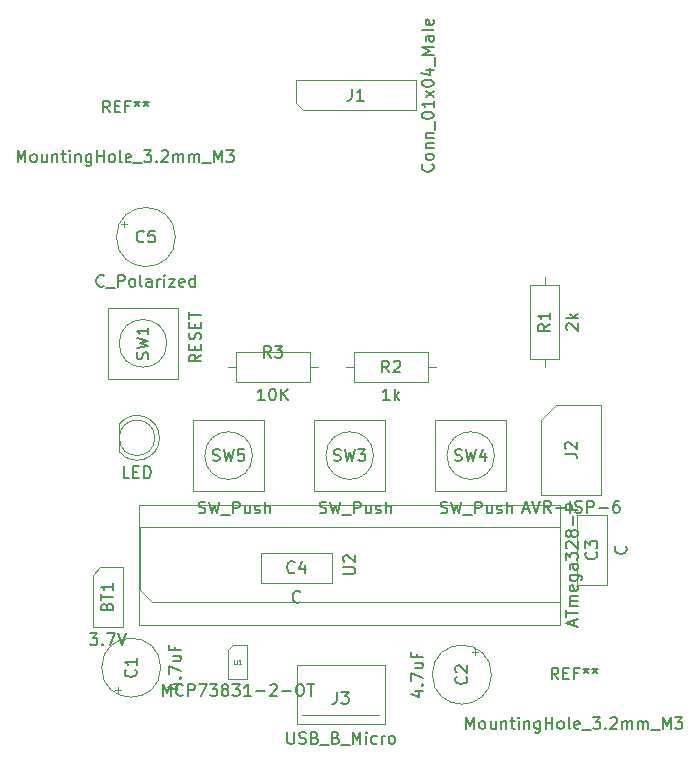
<source format=gbr>
%TF.GenerationSoftware,KiCad,Pcbnew,(6.0.2-0)*%
%TF.CreationDate,2022-04-22T19:08:38+09:30*%
%TF.ProjectId,scrambler,73637261-6d62-46c6-9572-2e6b69636164,1.0*%
%TF.SameCoordinates,Original*%
%TF.FileFunction,AssemblyDrawing,Top*%
%FSLAX46Y46*%
G04 Gerber Fmt 4.6, Leading zero omitted, Abs format (unit mm)*
G04 Created by KiCad (PCBNEW (6.0.2-0)) date 2022-04-22 19:08:38*
%MOMM*%
%LPD*%
G01*
G04 APERTURE LIST*
%ADD10C,0.150000*%
%ADD11C,0.060000*%
%ADD12C,0.100000*%
G04 APERTURE END LIST*
D10*
%TO.C,SW1*%
X40042380Y-56592380D02*
X39566190Y-56925714D01*
X40042380Y-57163809D02*
X39042380Y-57163809D01*
X39042380Y-56782857D01*
X39090000Y-56687619D01*
X39137619Y-56640000D01*
X39232857Y-56592380D01*
X39375714Y-56592380D01*
X39470952Y-56640000D01*
X39518571Y-56687619D01*
X39566190Y-56782857D01*
X39566190Y-57163809D01*
X39518571Y-56163809D02*
X39518571Y-55830476D01*
X40042380Y-55687619D02*
X40042380Y-56163809D01*
X39042380Y-56163809D01*
X39042380Y-55687619D01*
X39994761Y-55306666D02*
X40042380Y-55163809D01*
X40042380Y-54925714D01*
X39994761Y-54830476D01*
X39947142Y-54782857D01*
X39851904Y-54735238D01*
X39756666Y-54735238D01*
X39661428Y-54782857D01*
X39613809Y-54830476D01*
X39566190Y-54925714D01*
X39518571Y-55116190D01*
X39470952Y-55211428D01*
X39423333Y-55259047D01*
X39328095Y-55306666D01*
X39232857Y-55306666D01*
X39137619Y-55259047D01*
X39090000Y-55211428D01*
X39042380Y-55116190D01*
X39042380Y-54878095D01*
X39090000Y-54735238D01*
X39518571Y-54306666D02*
X39518571Y-53973333D01*
X40042380Y-53830476D02*
X40042380Y-54306666D01*
X39042380Y-54306666D01*
X39042380Y-53830476D01*
X39042380Y-53544761D02*
X39042380Y-52973333D01*
X40042380Y-53259047D02*
X39042380Y-53259047D01*
X35544761Y-56973333D02*
X35592380Y-56830476D01*
X35592380Y-56592380D01*
X35544761Y-56497142D01*
X35497142Y-56449523D01*
X35401904Y-56401904D01*
X35306666Y-56401904D01*
X35211428Y-56449523D01*
X35163809Y-56497142D01*
X35116190Y-56592380D01*
X35068571Y-56782857D01*
X35020952Y-56878095D01*
X34973333Y-56925714D01*
X34878095Y-56973333D01*
X34782857Y-56973333D01*
X34687619Y-56925714D01*
X34640000Y-56878095D01*
X34592380Y-56782857D01*
X34592380Y-56544761D01*
X34640000Y-56401904D01*
X34592380Y-56068571D02*
X35592380Y-55830476D01*
X34878095Y-55640000D01*
X35592380Y-55449523D01*
X34592380Y-55211428D01*
X35592380Y-54306666D02*
X35592380Y-54878095D01*
X35592380Y-54592380D02*
X34592380Y-54592380D01*
X34735238Y-54687619D01*
X34830476Y-54782857D01*
X34878095Y-54878095D01*
%TO.C,C3*%
X75997142Y-72830476D02*
X76044761Y-72878095D01*
X76092380Y-73020952D01*
X76092380Y-73116190D01*
X76044761Y-73259047D01*
X75949523Y-73354285D01*
X75854285Y-73401904D01*
X75663809Y-73449523D01*
X75520952Y-73449523D01*
X75330476Y-73401904D01*
X75235238Y-73354285D01*
X75140000Y-73259047D01*
X75092380Y-73116190D01*
X75092380Y-73020952D01*
X75140000Y-72878095D01*
X75187619Y-72830476D01*
X73497142Y-73306666D02*
X73544761Y-73354285D01*
X73592380Y-73497142D01*
X73592380Y-73592380D01*
X73544761Y-73735238D01*
X73449523Y-73830476D01*
X73354285Y-73878095D01*
X73163809Y-73925714D01*
X73020952Y-73925714D01*
X72830476Y-73878095D01*
X72735238Y-73830476D01*
X72640000Y-73735238D01*
X72592380Y-73592380D01*
X72592380Y-73497142D01*
X72640000Y-73354285D01*
X72687619Y-73306666D01*
X72592380Y-72973333D02*
X72592380Y-72354285D01*
X72973333Y-72687619D01*
X72973333Y-72544761D01*
X73020952Y-72449523D01*
X73068571Y-72401904D01*
X73163809Y-72354285D01*
X73401904Y-72354285D01*
X73497142Y-72401904D01*
X73544761Y-72449523D01*
X73592380Y-72544761D01*
X73592380Y-72830476D01*
X73544761Y-72925714D01*
X73497142Y-72973333D01*
%TO.C,SW4*%
X60342380Y-69994761D02*
X60485238Y-70042380D01*
X60723333Y-70042380D01*
X60818571Y-69994761D01*
X60866190Y-69947142D01*
X60913809Y-69851904D01*
X60913809Y-69756666D01*
X60866190Y-69661428D01*
X60818571Y-69613809D01*
X60723333Y-69566190D01*
X60532857Y-69518571D01*
X60437619Y-69470952D01*
X60390000Y-69423333D01*
X60342380Y-69328095D01*
X60342380Y-69232857D01*
X60390000Y-69137619D01*
X60437619Y-69090000D01*
X60532857Y-69042380D01*
X60770952Y-69042380D01*
X60913809Y-69090000D01*
X61247142Y-69042380D02*
X61485238Y-70042380D01*
X61675714Y-69328095D01*
X61866190Y-70042380D01*
X62104285Y-69042380D01*
X62247142Y-70137619D02*
X63009047Y-70137619D01*
X63247142Y-70042380D02*
X63247142Y-69042380D01*
X63628095Y-69042380D01*
X63723333Y-69090000D01*
X63770952Y-69137619D01*
X63818571Y-69232857D01*
X63818571Y-69375714D01*
X63770952Y-69470952D01*
X63723333Y-69518571D01*
X63628095Y-69566190D01*
X63247142Y-69566190D01*
X64675714Y-69375714D02*
X64675714Y-70042380D01*
X64247142Y-69375714D02*
X64247142Y-69899523D01*
X64294761Y-69994761D01*
X64390000Y-70042380D01*
X64532857Y-70042380D01*
X64628095Y-69994761D01*
X64675714Y-69947142D01*
X65104285Y-69994761D02*
X65199523Y-70042380D01*
X65390000Y-70042380D01*
X65485238Y-69994761D01*
X65532857Y-69899523D01*
X65532857Y-69851904D01*
X65485238Y-69756666D01*
X65390000Y-69709047D01*
X65247142Y-69709047D01*
X65151904Y-69661428D01*
X65104285Y-69566190D01*
X65104285Y-69518571D01*
X65151904Y-69423333D01*
X65247142Y-69375714D01*
X65390000Y-69375714D01*
X65485238Y-69423333D01*
X65961428Y-70042380D02*
X65961428Y-69042380D01*
X66390000Y-70042380D02*
X66390000Y-69518571D01*
X66342380Y-69423333D01*
X66247142Y-69375714D01*
X66104285Y-69375714D01*
X66009047Y-69423333D01*
X65961428Y-69470952D01*
X61556666Y-65544761D02*
X61699523Y-65592380D01*
X61937619Y-65592380D01*
X62032857Y-65544761D01*
X62080476Y-65497142D01*
X62128095Y-65401904D01*
X62128095Y-65306666D01*
X62080476Y-65211428D01*
X62032857Y-65163809D01*
X61937619Y-65116190D01*
X61747142Y-65068571D01*
X61651904Y-65020952D01*
X61604285Y-64973333D01*
X61556666Y-64878095D01*
X61556666Y-64782857D01*
X61604285Y-64687619D01*
X61651904Y-64640000D01*
X61747142Y-64592380D01*
X61985238Y-64592380D01*
X62128095Y-64640000D01*
X62461428Y-64592380D02*
X62699523Y-65592380D01*
X62890000Y-64878095D01*
X63080476Y-65592380D01*
X63318571Y-64592380D01*
X64128095Y-64925714D02*
X64128095Y-65592380D01*
X63890000Y-64544761D02*
X63651904Y-65259047D01*
X64270952Y-65259047D01*
%TO.C,C1*%
X37675714Y-84499874D02*
X38342380Y-84499874D01*
X37294761Y-84737970D02*
X38009047Y-84976065D01*
X38009047Y-84357017D01*
X38247142Y-83976065D02*
X38294761Y-83928446D01*
X38342380Y-83976065D01*
X38294761Y-84023684D01*
X38247142Y-83976065D01*
X38342380Y-83976065D01*
X37342380Y-83595112D02*
X37342380Y-82928446D01*
X38342380Y-83357017D01*
X37675714Y-82118922D02*
X38342380Y-82118922D01*
X37675714Y-82547493D02*
X38199523Y-82547493D01*
X38294761Y-82499874D01*
X38342380Y-82404636D01*
X38342380Y-82261779D01*
X38294761Y-82166541D01*
X38247142Y-82118922D01*
X37818571Y-81309398D02*
X37818571Y-81642732D01*
X38342380Y-81642732D02*
X37342380Y-81642732D01*
X37342380Y-81166541D01*
X34497142Y-83261779D02*
X34544761Y-83309398D01*
X34592380Y-83452255D01*
X34592380Y-83547493D01*
X34544761Y-83690351D01*
X34449523Y-83785589D01*
X34354285Y-83833208D01*
X34163809Y-83880827D01*
X34020952Y-83880827D01*
X33830476Y-83833208D01*
X33735238Y-83785589D01*
X33640000Y-83690351D01*
X33592380Y-83547493D01*
X33592380Y-83452255D01*
X33640000Y-83309398D01*
X33687619Y-83261779D01*
X34592380Y-82309398D02*
X34592380Y-82880827D01*
X34592380Y-82595113D02*
X33592380Y-82595113D01*
X33735238Y-82690351D01*
X33830476Y-82785589D01*
X33878095Y-82880827D01*
%TO.C,C2*%
X58175714Y-85089649D02*
X58842380Y-85089649D01*
X57794761Y-85327745D02*
X58509047Y-85565840D01*
X58509047Y-84946792D01*
X58747142Y-84565840D02*
X58794761Y-84518221D01*
X58842380Y-84565840D01*
X58794761Y-84613459D01*
X58747142Y-84565840D01*
X58842380Y-84565840D01*
X57842380Y-84184887D02*
X57842380Y-83518221D01*
X58842380Y-83946792D01*
X58175714Y-82708697D02*
X58842380Y-82708697D01*
X58175714Y-83137268D02*
X58699523Y-83137268D01*
X58794761Y-83089649D01*
X58842380Y-82994411D01*
X58842380Y-82851554D01*
X58794761Y-82756316D01*
X58747142Y-82708697D01*
X58318571Y-81899173D02*
X58318571Y-82232507D01*
X58842380Y-82232507D02*
X57842380Y-82232507D01*
X57842380Y-81756316D01*
X62497142Y-83851554D02*
X62544761Y-83899173D01*
X62592380Y-84042030D01*
X62592380Y-84137268D01*
X62544761Y-84280126D01*
X62449523Y-84375364D01*
X62354285Y-84422983D01*
X62163809Y-84470602D01*
X62020952Y-84470602D01*
X61830476Y-84422983D01*
X61735238Y-84375364D01*
X61640000Y-84280126D01*
X61592380Y-84137268D01*
X61592380Y-84042030D01*
X61640000Y-83899173D01*
X61687619Y-83851554D01*
X61687619Y-83470602D02*
X61640000Y-83422983D01*
X61592380Y-83327745D01*
X61592380Y-83089649D01*
X61640000Y-82994411D01*
X61687619Y-82946792D01*
X61782857Y-82899173D01*
X61878095Y-82899173D01*
X62020952Y-82946792D01*
X62592380Y-83518221D01*
X62592380Y-82899173D01*
%TO.C,R3*%
X45449523Y-60462380D02*
X44878095Y-60462380D01*
X45163809Y-60462380D02*
X45163809Y-59462380D01*
X45068571Y-59605238D01*
X44973333Y-59700476D01*
X44878095Y-59748095D01*
X46068571Y-59462380D02*
X46163809Y-59462380D01*
X46259047Y-59510000D01*
X46306666Y-59557619D01*
X46354285Y-59652857D01*
X46401904Y-59843333D01*
X46401904Y-60081428D01*
X46354285Y-60271904D01*
X46306666Y-60367142D01*
X46259047Y-60414761D01*
X46163809Y-60462380D01*
X46068571Y-60462380D01*
X45973333Y-60414761D01*
X45925714Y-60367142D01*
X45878095Y-60271904D01*
X45830476Y-60081428D01*
X45830476Y-59843333D01*
X45878095Y-59652857D01*
X45925714Y-59557619D01*
X45973333Y-59510000D01*
X46068571Y-59462380D01*
X46830476Y-60462380D02*
X46830476Y-59462380D01*
X47401904Y-60462380D02*
X46973333Y-59890952D01*
X47401904Y-59462380D02*
X46830476Y-60033809D01*
X45973333Y-56842380D02*
X45640000Y-56366190D01*
X45401904Y-56842380D02*
X45401904Y-55842380D01*
X45782857Y-55842380D01*
X45878095Y-55890000D01*
X45925714Y-55937619D01*
X45973333Y-56032857D01*
X45973333Y-56175714D01*
X45925714Y-56270952D01*
X45878095Y-56318571D01*
X45782857Y-56366190D01*
X45401904Y-56366190D01*
X46306666Y-55842380D02*
X46925714Y-55842380D01*
X46592380Y-56223333D01*
X46735238Y-56223333D01*
X46830476Y-56270952D01*
X46878095Y-56318571D01*
X46925714Y-56413809D01*
X46925714Y-56651904D01*
X46878095Y-56747142D01*
X46830476Y-56794761D01*
X46735238Y-56842380D01*
X46449523Y-56842380D01*
X46354285Y-56794761D01*
X46306666Y-56747142D01*
%TO.C,SW3*%
X50092380Y-69994761D02*
X50235238Y-70042380D01*
X50473333Y-70042380D01*
X50568571Y-69994761D01*
X50616190Y-69947142D01*
X50663809Y-69851904D01*
X50663809Y-69756666D01*
X50616190Y-69661428D01*
X50568571Y-69613809D01*
X50473333Y-69566190D01*
X50282857Y-69518571D01*
X50187619Y-69470952D01*
X50140000Y-69423333D01*
X50092380Y-69328095D01*
X50092380Y-69232857D01*
X50140000Y-69137619D01*
X50187619Y-69090000D01*
X50282857Y-69042380D01*
X50520952Y-69042380D01*
X50663809Y-69090000D01*
X50997142Y-69042380D02*
X51235238Y-70042380D01*
X51425714Y-69328095D01*
X51616190Y-70042380D01*
X51854285Y-69042380D01*
X51997142Y-70137619D02*
X52759047Y-70137619D01*
X52997142Y-70042380D02*
X52997142Y-69042380D01*
X53378095Y-69042380D01*
X53473333Y-69090000D01*
X53520952Y-69137619D01*
X53568571Y-69232857D01*
X53568571Y-69375714D01*
X53520952Y-69470952D01*
X53473333Y-69518571D01*
X53378095Y-69566190D01*
X52997142Y-69566190D01*
X54425714Y-69375714D02*
X54425714Y-70042380D01*
X53997142Y-69375714D02*
X53997142Y-69899523D01*
X54044761Y-69994761D01*
X54140000Y-70042380D01*
X54282857Y-70042380D01*
X54378095Y-69994761D01*
X54425714Y-69947142D01*
X54854285Y-69994761D02*
X54949523Y-70042380D01*
X55140000Y-70042380D01*
X55235238Y-69994761D01*
X55282857Y-69899523D01*
X55282857Y-69851904D01*
X55235238Y-69756666D01*
X55140000Y-69709047D01*
X54997142Y-69709047D01*
X54901904Y-69661428D01*
X54854285Y-69566190D01*
X54854285Y-69518571D01*
X54901904Y-69423333D01*
X54997142Y-69375714D01*
X55140000Y-69375714D01*
X55235238Y-69423333D01*
X55711428Y-70042380D02*
X55711428Y-69042380D01*
X56140000Y-70042380D02*
X56140000Y-69518571D01*
X56092380Y-69423333D01*
X55997142Y-69375714D01*
X55854285Y-69375714D01*
X55759047Y-69423333D01*
X55711428Y-69470952D01*
X51306666Y-65544761D02*
X51449523Y-65592380D01*
X51687619Y-65592380D01*
X51782857Y-65544761D01*
X51830476Y-65497142D01*
X51878095Y-65401904D01*
X51878095Y-65306666D01*
X51830476Y-65211428D01*
X51782857Y-65163809D01*
X51687619Y-65116190D01*
X51497142Y-65068571D01*
X51401904Y-65020952D01*
X51354285Y-64973333D01*
X51306666Y-64878095D01*
X51306666Y-64782857D01*
X51354285Y-64687619D01*
X51401904Y-64640000D01*
X51497142Y-64592380D01*
X51735238Y-64592380D01*
X51878095Y-64640000D01*
X52211428Y-64592380D02*
X52449523Y-65592380D01*
X52640000Y-64878095D01*
X52830476Y-65592380D01*
X53068571Y-64592380D01*
X53354285Y-64592380D02*
X53973333Y-64592380D01*
X53640000Y-64973333D01*
X53782857Y-64973333D01*
X53878095Y-65020952D01*
X53925714Y-65068571D01*
X53973333Y-65163809D01*
X53973333Y-65401904D01*
X53925714Y-65497142D01*
X53878095Y-65544761D01*
X53782857Y-65592380D01*
X53497142Y-65592380D01*
X53401904Y-65544761D01*
X53354285Y-65497142D01*
%TO.C,SW5*%
X39842380Y-69994761D02*
X39985238Y-70042380D01*
X40223333Y-70042380D01*
X40318571Y-69994761D01*
X40366190Y-69947142D01*
X40413809Y-69851904D01*
X40413809Y-69756666D01*
X40366190Y-69661428D01*
X40318571Y-69613809D01*
X40223333Y-69566190D01*
X40032857Y-69518571D01*
X39937619Y-69470952D01*
X39890000Y-69423333D01*
X39842380Y-69328095D01*
X39842380Y-69232857D01*
X39890000Y-69137619D01*
X39937619Y-69090000D01*
X40032857Y-69042380D01*
X40270952Y-69042380D01*
X40413809Y-69090000D01*
X40747142Y-69042380D02*
X40985238Y-70042380D01*
X41175714Y-69328095D01*
X41366190Y-70042380D01*
X41604285Y-69042380D01*
X41747142Y-70137619D02*
X42509047Y-70137619D01*
X42747142Y-70042380D02*
X42747142Y-69042380D01*
X43128095Y-69042380D01*
X43223333Y-69090000D01*
X43270952Y-69137619D01*
X43318571Y-69232857D01*
X43318571Y-69375714D01*
X43270952Y-69470952D01*
X43223333Y-69518571D01*
X43128095Y-69566190D01*
X42747142Y-69566190D01*
X44175714Y-69375714D02*
X44175714Y-70042380D01*
X43747142Y-69375714D02*
X43747142Y-69899523D01*
X43794761Y-69994761D01*
X43890000Y-70042380D01*
X44032857Y-70042380D01*
X44128095Y-69994761D01*
X44175714Y-69947142D01*
X44604285Y-69994761D02*
X44699523Y-70042380D01*
X44890000Y-70042380D01*
X44985238Y-69994761D01*
X45032857Y-69899523D01*
X45032857Y-69851904D01*
X44985238Y-69756666D01*
X44890000Y-69709047D01*
X44747142Y-69709047D01*
X44651904Y-69661428D01*
X44604285Y-69566190D01*
X44604285Y-69518571D01*
X44651904Y-69423333D01*
X44747142Y-69375714D01*
X44890000Y-69375714D01*
X44985238Y-69423333D01*
X45461428Y-70042380D02*
X45461428Y-69042380D01*
X45890000Y-70042380D02*
X45890000Y-69518571D01*
X45842380Y-69423333D01*
X45747142Y-69375714D01*
X45604285Y-69375714D01*
X45509047Y-69423333D01*
X45461428Y-69470952D01*
X41056666Y-65544761D02*
X41199523Y-65592380D01*
X41437619Y-65592380D01*
X41532857Y-65544761D01*
X41580476Y-65497142D01*
X41628095Y-65401904D01*
X41628095Y-65306666D01*
X41580476Y-65211428D01*
X41532857Y-65163809D01*
X41437619Y-65116190D01*
X41247142Y-65068571D01*
X41151904Y-65020952D01*
X41104285Y-64973333D01*
X41056666Y-64878095D01*
X41056666Y-64782857D01*
X41104285Y-64687619D01*
X41151904Y-64640000D01*
X41247142Y-64592380D01*
X41485238Y-64592380D01*
X41628095Y-64640000D01*
X41961428Y-64592380D02*
X42199523Y-65592380D01*
X42390000Y-64878095D01*
X42580476Y-65592380D01*
X42818571Y-64592380D01*
X43675714Y-64592380D02*
X43199523Y-64592380D01*
X43151904Y-65068571D01*
X43199523Y-65020952D01*
X43294761Y-64973333D01*
X43532857Y-64973333D01*
X43628095Y-65020952D01*
X43675714Y-65068571D01*
X43723333Y-65163809D01*
X43723333Y-65401904D01*
X43675714Y-65497142D01*
X43628095Y-65544761D01*
X43532857Y-65592380D01*
X43294761Y-65592380D01*
X43199523Y-65544761D01*
X43151904Y-65497142D01*
%TO.C,C5*%
X31818571Y-50747142D02*
X31770952Y-50794761D01*
X31628095Y-50842380D01*
X31532857Y-50842380D01*
X31390000Y-50794761D01*
X31294761Y-50699523D01*
X31247142Y-50604285D01*
X31199523Y-50413809D01*
X31199523Y-50270952D01*
X31247142Y-50080476D01*
X31294761Y-49985238D01*
X31390000Y-49890000D01*
X31532857Y-49842380D01*
X31628095Y-49842380D01*
X31770952Y-49890000D01*
X31818571Y-49937619D01*
X32009047Y-50937619D02*
X32770952Y-50937619D01*
X33009047Y-50842380D02*
X33009047Y-49842380D01*
X33390000Y-49842380D01*
X33485238Y-49890000D01*
X33532857Y-49937619D01*
X33580476Y-50032857D01*
X33580476Y-50175714D01*
X33532857Y-50270952D01*
X33485238Y-50318571D01*
X33390000Y-50366190D01*
X33009047Y-50366190D01*
X34151904Y-50842380D02*
X34056666Y-50794761D01*
X34009047Y-50747142D01*
X33961428Y-50651904D01*
X33961428Y-50366190D01*
X34009047Y-50270952D01*
X34056666Y-50223333D01*
X34151904Y-50175714D01*
X34294761Y-50175714D01*
X34390000Y-50223333D01*
X34437619Y-50270952D01*
X34485238Y-50366190D01*
X34485238Y-50651904D01*
X34437619Y-50747142D01*
X34390000Y-50794761D01*
X34294761Y-50842380D01*
X34151904Y-50842380D01*
X35056666Y-50842380D02*
X34961428Y-50794761D01*
X34913809Y-50699523D01*
X34913809Y-49842380D01*
X35866190Y-50842380D02*
X35866190Y-50318571D01*
X35818571Y-50223333D01*
X35723333Y-50175714D01*
X35532857Y-50175714D01*
X35437619Y-50223333D01*
X35866190Y-50794761D02*
X35770952Y-50842380D01*
X35532857Y-50842380D01*
X35437619Y-50794761D01*
X35390000Y-50699523D01*
X35390000Y-50604285D01*
X35437619Y-50509047D01*
X35532857Y-50461428D01*
X35770952Y-50461428D01*
X35866190Y-50413809D01*
X36342380Y-50842380D02*
X36342380Y-50175714D01*
X36342380Y-50366190D02*
X36390000Y-50270952D01*
X36437619Y-50223333D01*
X36532857Y-50175714D01*
X36628095Y-50175714D01*
X36961428Y-50842380D02*
X36961428Y-50175714D01*
X36961428Y-49842380D02*
X36913809Y-49890000D01*
X36961428Y-49937619D01*
X37009047Y-49890000D01*
X36961428Y-49842380D01*
X36961428Y-49937619D01*
X37342380Y-50175714D02*
X37866190Y-50175714D01*
X37342380Y-50842380D01*
X37866190Y-50842380D01*
X38628095Y-50794761D02*
X38532857Y-50842380D01*
X38342380Y-50842380D01*
X38247142Y-50794761D01*
X38199523Y-50699523D01*
X38199523Y-50318571D01*
X38247142Y-50223333D01*
X38342380Y-50175714D01*
X38532857Y-50175714D01*
X38628095Y-50223333D01*
X38675714Y-50318571D01*
X38675714Y-50413809D01*
X38199523Y-50509047D01*
X39532857Y-50842380D02*
X39532857Y-49842380D01*
X39532857Y-50794761D02*
X39437619Y-50842380D01*
X39247142Y-50842380D01*
X39151904Y-50794761D01*
X39104285Y-50747142D01*
X39056666Y-50651904D01*
X39056666Y-50366190D01*
X39104285Y-50270952D01*
X39151904Y-50223333D01*
X39247142Y-50175714D01*
X39437619Y-50175714D01*
X39532857Y-50223333D01*
X35223333Y-46997142D02*
X35175714Y-47044761D01*
X35032857Y-47092380D01*
X34937619Y-47092380D01*
X34794761Y-47044761D01*
X34699523Y-46949523D01*
X34651904Y-46854285D01*
X34604285Y-46663809D01*
X34604285Y-46520952D01*
X34651904Y-46330476D01*
X34699523Y-46235238D01*
X34794761Y-46140000D01*
X34937619Y-46092380D01*
X35032857Y-46092380D01*
X35175714Y-46140000D01*
X35223333Y-46187619D01*
X36128095Y-46092380D02*
X35651904Y-46092380D01*
X35604285Y-46568571D01*
X35651904Y-46520952D01*
X35747142Y-46473333D01*
X35985238Y-46473333D01*
X36080476Y-46520952D01*
X36128095Y-46568571D01*
X36175714Y-46663809D01*
X36175714Y-46901904D01*
X36128095Y-46997142D01*
X36080476Y-47044761D01*
X35985238Y-47092380D01*
X35747142Y-47092380D01*
X35651904Y-47044761D01*
X35604285Y-46997142D01*
%TO.C,U1*%
X36806666Y-85492380D02*
X36806666Y-84492380D01*
X37140000Y-85206666D01*
X37473333Y-84492380D01*
X37473333Y-85492380D01*
X38520952Y-85397142D02*
X38473333Y-85444761D01*
X38330476Y-85492380D01*
X38235238Y-85492380D01*
X38092380Y-85444761D01*
X37997142Y-85349523D01*
X37949523Y-85254285D01*
X37901904Y-85063809D01*
X37901904Y-84920952D01*
X37949523Y-84730476D01*
X37997142Y-84635238D01*
X38092380Y-84540000D01*
X38235238Y-84492380D01*
X38330476Y-84492380D01*
X38473333Y-84540000D01*
X38520952Y-84587619D01*
X38949523Y-85492380D02*
X38949523Y-84492380D01*
X39330476Y-84492380D01*
X39425714Y-84540000D01*
X39473333Y-84587619D01*
X39520952Y-84682857D01*
X39520952Y-84825714D01*
X39473333Y-84920952D01*
X39425714Y-84968571D01*
X39330476Y-85016190D01*
X38949523Y-85016190D01*
X39854285Y-84492380D02*
X40520952Y-84492380D01*
X40092380Y-85492380D01*
X40806666Y-84492380D02*
X41425714Y-84492380D01*
X41092380Y-84873333D01*
X41235238Y-84873333D01*
X41330476Y-84920952D01*
X41378095Y-84968571D01*
X41425714Y-85063809D01*
X41425714Y-85301904D01*
X41378095Y-85397142D01*
X41330476Y-85444761D01*
X41235238Y-85492380D01*
X40949523Y-85492380D01*
X40854285Y-85444761D01*
X40806666Y-85397142D01*
X41997142Y-84920952D02*
X41901904Y-84873333D01*
X41854285Y-84825714D01*
X41806666Y-84730476D01*
X41806666Y-84682857D01*
X41854285Y-84587619D01*
X41901904Y-84540000D01*
X41997142Y-84492380D01*
X42187619Y-84492380D01*
X42282857Y-84540000D01*
X42330476Y-84587619D01*
X42378095Y-84682857D01*
X42378095Y-84730476D01*
X42330476Y-84825714D01*
X42282857Y-84873333D01*
X42187619Y-84920952D01*
X41997142Y-84920952D01*
X41901904Y-84968571D01*
X41854285Y-85016190D01*
X41806666Y-85111428D01*
X41806666Y-85301904D01*
X41854285Y-85397142D01*
X41901904Y-85444761D01*
X41997142Y-85492380D01*
X42187619Y-85492380D01*
X42282857Y-85444761D01*
X42330476Y-85397142D01*
X42378095Y-85301904D01*
X42378095Y-85111428D01*
X42330476Y-85016190D01*
X42282857Y-84968571D01*
X42187619Y-84920952D01*
X42711428Y-84492380D02*
X43330476Y-84492380D01*
X42997142Y-84873333D01*
X43140000Y-84873333D01*
X43235238Y-84920952D01*
X43282857Y-84968571D01*
X43330476Y-85063809D01*
X43330476Y-85301904D01*
X43282857Y-85397142D01*
X43235238Y-85444761D01*
X43140000Y-85492380D01*
X42854285Y-85492380D01*
X42759047Y-85444761D01*
X42711428Y-85397142D01*
X44282857Y-85492380D02*
X43711428Y-85492380D01*
X43997142Y-85492380D02*
X43997142Y-84492380D01*
X43901904Y-84635238D01*
X43806666Y-84730476D01*
X43711428Y-84778095D01*
X44711428Y-85111428D02*
X45473333Y-85111428D01*
X45901904Y-84587619D02*
X45949523Y-84540000D01*
X46044761Y-84492380D01*
X46282857Y-84492380D01*
X46378095Y-84540000D01*
X46425714Y-84587619D01*
X46473333Y-84682857D01*
X46473333Y-84778095D01*
X46425714Y-84920952D01*
X45854285Y-85492380D01*
X46473333Y-85492380D01*
X46901904Y-85111428D02*
X47663809Y-85111428D01*
X48330476Y-84492380D02*
X48520952Y-84492380D01*
X48616190Y-84540000D01*
X48711428Y-84635238D01*
X48759047Y-84825714D01*
X48759047Y-85159047D01*
X48711428Y-85349523D01*
X48616190Y-85444761D01*
X48520952Y-85492380D01*
X48330476Y-85492380D01*
X48235238Y-85444761D01*
X48140000Y-85349523D01*
X48092380Y-85159047D01*
X48092380Y-84825714D01*
X48140000Y-84635238D01*
X48235238Y-84540000D01*
X48330476Y-84492380D01*
X49044761Y-84492380D02*
X49616190Y-84492380D01*
X49330476Y-85492380D02*
X49330476Y-84492380D01*
D11*
X42835238Y-82420952D02*
X42835238Y-82744761D01*
X42854285Y-82782857D01*
X42873333Y-82801904D01*
X42911428Y-82820952D01*
X42987619Y-82820952D01*
X43025714Y-82801904D01*
X43044761Y-82782857D01*
X43063809Y-82744761D01*
X43063809Y-82420952D01*
X43463809Y-82820952D02*
X43235238Y-82820952D01*
X43349523Y-82820952D02*
X43349523Y-82420952D01*
X43311428Y-82478095D01*
X43273333Y-82516190D01*
X43235238Y-82535238D01*
D10*
%TO.C,C4*%
X48449523Y-77497142D02*
X48401904Y-77544761D01*
X48259047Y-77592380D01*
X48163809Y-77592380D01*
X48020952Y-77544761D01*
X47925714Y-77449523D01*
X47878095Y-77354285D01*
X47830476Y-77163809D01*
X47830476Y-77020952D01*
X47878095Y-76830476D01*
X47925714Y-76735238D01*
X48020952Y-76640000D01*
X48163809Y-76592380D01*
X48259047Y-76592380D01*
X48401904Y-76640000D01*
X48449523Y-76687619D01*
X47973333Y-74997142D02*
X47925714Y-75044761D01*
X47782857Y-75092380D01*
X47687619Y-75092380D01*
X47544761Y-75044761D01*
X47449523Y-74949523D01*
X47401904Y-74854285D01*
X47354285Y-74663809D01*
X47354285Y-74520952D01*
X47401904Y-74330476D01*
X47449523Y-74235238D01*
X47544761Y-74140000D01*
X47687619Y-74092380D01*
X47782857Y-74092380D01*
X47925714Y-74140000D01*
X47973333Y-74187619D01*
X48830476Y-74425714D02*
X48830476Y-75092380D01*
X48592380Y-74044761D02*
X48354285Y-74759047D01*
X48973333Y-74759047D01*
%TO.C,R2*%
X56020952Y-60462380D02*
X55449523Y-60462380D01*
X55735238Y-60462380D02*
X55735238Y-59462380D01*
X55640000Y-59605238D01*
X55544761Y-59700476D01*
X55449523Y-59748095D01*
X56449523Y-60462380D02*
X56449523Y-59462380D01*
X56544761Y-60081428D02*
X56830476Y-60462380D01*
X56830476Y-59795714D02*
X56449523Y-60176666D01*
X55973333Y-58092380D02*
X55640000Y-57616190D01*
X55401904Y-58092380D02*
X55401904Y-57092380D01*
X55782857Y-57092380D01*
X55878095Y-57140000D01*
X55925714Y-57187619D01*
X55973333Y-57282857D01*
X55973333Y-57425714D01*
X55925714Y-57520952D01*
X55878095Y-57568571D01*
X55782857Y-57616190D01*
X55401904Y-57616190D01*
X56354285Y-57187619D02*
X56401904Y-57140000D01*
X56497142Y-57092380D01*
X56735238Y-57092380D01*
X56830476Y-57140000D01*
X56878095Y-57187619D01*
X56925714Y-57282857D01*
X56925714Y-57378095D01*
X56878095Y-57520952D01*
X56306666Y-58092380D01*
X56925714Y-58092380D01*
%TO.C,REF\u002A\u002A*%
X62520952Y-88292380D02*
X62520952Y-87292380D01*
X62854285Y-88006666D01*
X63187619Y-87292380D01*
X63187619Y-88292380D01*
X63806666Y-88292380D02*
X63711428Y-88244761D01*
X63663809Y-88197142D01*
X63616190Y-88101904D01*
X63616190Y-87816190D01*
X63663809Y-87720952D01*
X63711428Y-87673333D01*
X63806666Y-87625714D01*
X63949523Y-87625714D01*
X64044761Y-87673333D01*
X64092380Y-87720952D01*
X64140000Y-87816190D01*
X64140000Y-88101904D01*
X64092380Y-88197142D01*
X64044761Y-88244761D01*
X63949523Y-88292380D01*
X63806666Y-88292380D01*
X64997142Y-87625714D02*
X64997142Y-88292380D01*
X64568571Y-87625714D02*
X64568571Y-88149523D01*
X64616190Y-88244761D01*
X64711428Y-88292380D01*
X64854285Y-88292380D01*
X64949523Y-88244761D01*
X64997142Y-88197142D01*
X65473333Y-87625714D02*
X65473333Y-88292380D01*
X65473333Y-87720952D02*
X65520952Y-87673333D01*
X65616190Y-87625714D01*
X65759047Y-87625714D01*
X65854285Y-87673333D01*
X65901904Y-87768571D01*
X65901904Y-88292380D01*
X66235238Y-87625714D02*
X66616190Y-87625714D01*
X66378095Y-87292380D02*
X66378095Y-88149523D01*
X66425714Y-88244761D01*
X66520952Y-88292380D01*
X66616190Y-88292380D01*
X66949523Y-88292380D02*
X66949523Y-87625714D01*
X66949523Y-87292380D02*
X66901904Y-87340000D01*
X66949523Y-87387619D01*
X66997142Y-87340000D01*
X66949523Y-87292380D01*
X66949523Y-87387619D01*
X67425714Y-87625714D02*
X67425714Y-88292380D01*
X67425714Y-87720952D02*
X67473333Y-87673333D01*
X67568571Y-87625714D01*
X67711428Y-87625714D01*
X67806666Y-87673333D01*
X67854285Y-87768571D01*
X67854285Y-88292380D01*
X68759047Y-87625714D02*
X68759047Y-88435238D01*
X68711428Y-88530476D01*
X68663809Y-88578095D01*
X68568571Y-88625714D01*
X68425714Y-88625714D01*
X68330476Y-88578095D01*
X68759047Y-88244761D02*
X68663809Y-88292380D01*
X68473333Y-88292380D01*
X68378095Y-88244761D01*
X68330476Y-88197142D01*
X68282857Y-88101904D01*
X68282857Y-87816190D01*
X68330476Y-87720952D01*
X68378095Y-87673333D01*
X68473333Y-87625714D01*
X68663809Y-87625714D01*
X68759047Y-87673333D01*
X69235238Y-88292380D02*
X69235238Y-87292380D01*
X69235238Y-87768571D02*
X69806666Y-87768571D01*
X69806666Y-88292380D02*
X69806666Y-87292380D01*
X70425714Y-88292380D02*
X70330476Y-88244761D01*
X70282857Y-88197142D01*
X70235238Y-88101904D01*
X70235238Y-87816190D01*
X70282857Y-87720952D01*
X70330476Y-87673333D01*
X70425714Y-87625714D01*
X70568571Y-87625714D01*
X70663809Y-87673333D01*
X70711428Y-87720952D01*
X70759047Y-87816190D01*
X70759047Y-88101904D01*
X70711428Y-88197142D01*
X70663809Y-88244761D01*
X70568571Y-88292380D01*
X70425714Y-88292380D01*
X71330476Y-88292380D02*
X71235238Y-88244761D01*
X71187619Y-88149523D01*
X71187619Y-87292380D01*
X72092380Y-88244761D02*
X71997142Y-88292380D01*
X71806666Y-88292380D01*
X71711428Y-88244761D01*
X71663809Y-88149523D01*
X71663809Y-87768571D01*
X71711428Y-87673333D01*
X71806666Y-87625714D01*
X71997142Y-87625714D01*
X72092380Y-87673333D01*
X72140000Y-87768571D01*
X72140000Y-87863809D01*
X71663809Y-87959047D01*
X72330476Y-88387619D02*
X73092380Y-88387619D01*
X73235238Y-87292380D02*
X73854285Y-87292380D01*
X73520952Y-87673333D01*
X73663809Y-87673333D01*
X73759047Y-87720952D01*
X73806666Y-87768571D01*
X73854285Y-87863809D01*
X73854285Y-88101904D01*
X73806666Y-88197142D01*
X73759047Y-88244761D01*
X73663809Y-88292380D01*
X73378095Y-88292380D01*
X73282857Y-88244761D01*
X73235238Y-88197142D01*
X74282857Y-88197142D02*
X74330476Y-88244761D01*
X74282857Y-88292380D01*
X74235238Y-88244761D01*
X74282857Y-88197142D01*
X74282857Y-88292380D01*
X74711428Y-87387619D02*
X74759047Y-87340000D01*
X74854285Y-87292380D01*
X75092380Y-87292380D01*
X75187619Y-87340000D01*
X75235238Y-87387619D01*
X75282857Y-87482857D01*
X75282857Y-87578095D01*
X75235238Y-87720952D01*
X74663809Y-88292380D01*
X75282857Y-88292380D01*
X75711428Y-88292380D02*
X75711428Y-87625714D01*
X75711428Y-87720952D02*
X75759047Y-87673333D01*
X75854285Y-87625714D01*
X75997142Y-87625714D01*
X76092380Y-87673333D01*
X76140000Y-87768571D01*
X76140000Y-88292380D01*
X76140000Y-87768571D02*
X76187619Y-87673333D01*
X76282857Y-87625714D01*
X76425714Y-87625714D01*
X76520952Y-87673333D01*
X76568571Y-87768571D01*
X76568571Y-88292380D01*
X77044761Y-88292380D02*
X77044761Y-87625714D01*
X77044761Y-87720952D02*
X77092380Y-87673333D01*
X77187619Y-87625714D01*
X77330476Y-87625714D01*
X77425714Y-87673333D01*
X77473333Y-87768571D01*
X77473333Y-88292380D01*
X77473333Y-87768571D02*
X77520952Y-87673333D01*
X77616190Y-87625714D01*
X77759047Y-87625714D01*
X77854285Y-87673333D01*
X77901904Y-87768571D01*
X77901904Y-88292380D01*
X78140000Y-88387619D02*
X78901904Y-88387619D01*
X79140000Y-88292380D02*
X79140000Y-87292380D01*
X79473333Y-88006666D01*
X79806666Y-87292380D01*
X79806666Y-88292380D01*
X80187619Y-87292380D02*
X80806666Y-87292380D01*
X80473333Y-87673333D01*
X80616190Y-87673333D01*
X80711428Y-87720952D01*
X80759047Y-87768571D01*
X80806666Y-87863809D01*
X80806666Y-88101904D01*
X80759047Y-88197142D01*
X80711428Y-88244761D01*
X80616190Y-88292380D01*
X80330476Y-88292380D01*
X80235238Y-88244761D01*
X80187619Y-88197142D01*
X70306666Y-84092380D02*
X69973333Y-83616190D01*
X69735238Y-84092380D02*
X69735238Y-83092380D01*
X70116190Y-83092380D01*
X70211428Y-83140000D01*
X70259047Y-83187619D01*
X70306666Y-83282857D01*
X70306666Y-83425714D01*
X70259047Y-83520952D01*
X70211428Y-83568571D01*
X70116190Y-83616190D01*
X69735238Y-83616190D01*
X70735238Y-83568571D02*
X71068571Y-83568571D01*
X71211428Y-84092380D02*
X70735238Y-84092380D01*
X70735238Y-83092380D01*
X71211428Y-83092380D01*
X71973333Y-83568571D02*
X71640000Y-83568571D01*
X71640000Y-84092380D02*
X71640000Y-83092380D01*
X72116190Y-83092380D01*
X72640000Y-83092380D02*
X72640000Y-83330476D01*
X72401904Y-83235238D02*
X72640000Y-83330476D01*
X72878095Y-83235238D01*
X72497142Y-83520952D02*
X72640000Y-83330476D01*
X72782857Y-83520952D01*
X73401904Y-83092380D02*
X73401904Y-83330476D01*
X73163809Y-83235238D02*
X73401904Y-83330476D01*
X73640000Y-83235238D01*
X73259047Y-83520952D02*
X73401904Y-83330476D01*
X73544761Y-83520952D01*
%TO.C,R1*%
X71057619Y-54520476D02*
X71010000Y-54472857D01*
X70962380Y-54377619D01*
X70962380Y-54139523D01*
X71010000Y-54044285D01*
X71057619Y-53996666D01*
X71152857Y-53949047D01*
X71248095Y-53949047D01*
X71390952Y-53996666D01*
X71962380Y-54568095D01*
X71962380Y-53949047D01*
X71962380Y-53520476D02*
X70962380Y-53520476D01*
X71581428Y-53425238D02*
X71962380Y-53139523D01*
X71295714Y-53139523D02*
X71676666Y-53520476D01*
X69592380Y-53996666D02*
X69116190Y-54330000D01*
X69592380Y-54568095D02*
X68592380Y-54568095D01*
X68592380Y-54187142D01*
X68640000Y-54091904D01*
X68687619Y-54044285D01*
X68782857Y-53996666D01*
X68925714Y-53996666D01*
X69020952Y-54044285D01*
X69068571Y-54091904D01*
X69116190Y-54187142D01*
X69116190Y-54568095D01*
X69592380Y-53044285D02*
X69592380Y-53615714D01*
X69592380Y-53330000D02*
X68592380Y-53330000D01*
X68735238Y-53425238D01*
X68830476Y-53520476D01*
X68878095Y-53615714D01*
%TO.C,D1*%
X33992142Y-67052380D02*
X33515952Y-67052380D01*
X33515952Y-66052380D01*
X34325476Y-66528571D02*
X34658809Y-66528571D01*
X34801666Y-67052380D02*
X34325476Y-67052380D01*
X34325476Y-66052380D01*
X34801666Y-66052380D01*
X35230238Y-67052380D02*
X35230238Y-66052380D01*
X35468333Y-66052380D01*
X35611190Y-66100000D01*
X35706428Y-66195238D01*
X35754047Y-66290476D01*
X35801666Y-66480952D01*
X35801666Y-66623809D01*
X35754047Y-66814285D01*
X35706428Y-66909523D01*
X35611190Y-67004761D01*
X35468333Y-67052380D01*
X35230238Y-67052380D01*
%TO.C,BT1*%
X30663809Y-80187380D02*
X31282857Y-80187380D01*
X30949523Y-80568333D01*
X31092380Y-80568333D01*
X31187619Y-80615952D01*
X31235238Y-80663571D01*
X31282857Y-80758809D01*
X31282857Y-80996904D01*
X31235238Y-81092142D01*
X31187619Y-81139761D01*
X31092380Y-81187380D01*
X30806666Y-81187380D01*
X30711428Y-81139761D01*
X30663809Y-81092142D01*
X31711428Y-81092142D02*
X31759047Y-81139761D01*
X31711428Y-81187380D01*
X31663809Y-81139761D01*
X31711428Y-81092142D01*
X31711428Y-81187380D01*
X32092380Y-80187380D02*
X32759047Y-80187380D01*
X32330476Y-81187380D01*
X32997142Y-80187380D02*
X33330476Y-81187380D01*
X33663809Y-80187380D01*
X32068571Y-77920714D02*
X32116190Y-77777857D01*
X32163809Y-77730238D01*
X32259047Y-77682619D01*
X32401904Y-77682619D01*
X32497142Y-77730238D01*
X32544761Y-77777857D01*
X32592380Y-77873095D01*
X32592380Y-78254047D01*
X31592380Y-78254047D01*
X31592380Y-77920714D01*
X31640000Y-77825476D01*
X31687619Y-77777857D01*
X31782857Y-77730238D01*
X31878095Y-77730238D01*
X31973333Y-77777857D01*
X32020952Y-77825476D01*
X32068571Y-77920714D01*
X32068571Y-78254047D01*
X31592380Y-77396904D02*
X31592380Y-76825476D01*
X32592380Y-77111190D02*
X31592380Y-77111190D01*
X32592380Y-75968333D02*
X32592380Y-76539761D01*
X32592380Y-76254047D02*
X31592380Y-76254047D01*
X31735238Y-76349285D01*
X31830476Y-76444523D01*
X31878095Y-76539761D01*
%TO.C,J3*%
X47366190Y-88542380D02*
X47366190Y-89351904D01*
X47413809Y-89447142D01*
X47461428Y-89494761D01*
X47556666Y-89542380D01*
X47747142Y-89542380D01*
X47842380Y-89494761D01*
X47890000Y-89447142D01*
X47937619Y-89351904D01*
X47937619Y-88542380D01*
X48366190Y-89494761D02*
X48509047Y-89542380D01*
X48747142Y-89542380D01*
X48842380Y-89494761D01*
X48890000Y-89447142D01*
X48937619Y-89351904D01*
X48937619Y-89256666D01*
X48890000Y-89161428D01*
X48842380Y-89113809D01*
X48747142Y-89066190D01*
X48556666Y-89018571D01*
X48461428Y-88970952D01*
X48413809Y-88923333D01*
X48366190Y-88828095D01*
X48366190Y-88732857D01*
X48413809Y-88637619D01*
X48461428Y-88590000D01*
X48556666Y-88542380D01*
X48794761Y-88542380D01*
X48937619Y-88590000D01*
X49699523Y-89018571D02*
X49842380Y-89066190D01*
X49890000Y-89113809D01*
X49937619Y-89209047D01*
X49937619Y-89351904D01*
X49890000Y-89447142D01*
X49842380Y-89494761D01*
X49747142Y-89542380D01*
X49366190Y-89542380D01*
X49366190Y-88542380D01*
X49699523Y-88542380D01*
X49794761Y-88590000D01*
X49842380Y-88637619D01*
X49890000Y-88732857D01*
X49890000Y-88828095D01*
X49842380Y-88923333D01*
X49794761Y-88970952D01*
X49699523Y-89018571D01*
X49366190Y-89018571D01*
X50128095Y-89637619D02*
X50890000Y-89637619D01*
X51461428Y-89018571D02*
X51604285Y-89066190D01*
X51651904Y-89113809D01*
X51699523Y-89209047D01*
X51699523Y-89351904D01*
X51651904Y-89447142D01*
X51604285Y-89494761D01*
X51509047Y-89542380D01*
X51128095Y-89542380D01*
X51128095Y-88542380D01*
X51461428Y-88542380D01*
X51556666Y-88590000D01*
X51604285Y-88637619D01*
X51651904Y-88732857D01*
X51651904Y-88828095D01*
X51604285Y-88923333D01*
X51556666Y-88970952D01*
X51461428Y-89018571D01*
X51128095Y-89018571D01*
X51890000Y-89637619D02*
X52651904Y-89637619D01*
X52890000Y-89542380D02*
X52890000Y-88542380D01*
X53223333Y-89256666D01*
X53556666Y-88542380D01*
X53556666Y-89542380D01*
X54032857Y-89542380D02*
X54032857Y-88875714D01*
X54032857Y-88542380D02*
X53985238Y-88590000D01*
X54032857Y-88637619D01*
X54080476Y-88590000D01*
X54032857Y-88542380D01*
X54032857Y-88637619D01*
X54937619Y-89494761D02*
X54842380Y-89542380D01*
X54651904Y-89542380D01*
X54556666Y-89494761D01*
X54509047Y-89447142D01*
X54461428Y-89351904D01*
X54461428Y-89066190D01*
X54509047Y-88970952D01*
X54556666Y-88923333D01*
X54651904Y-88875714D01*
X54842380Y-88875714D01*
X54937619Y-88923333D01*
X55366190Y-89542380D02*
X55366190Y-88875714D01*
X55366190Y-89066190D02*
X55413809Y-88970952D01*
X55461428Y-88923333D01*
X55556666Y-88875714D01*
X55651904Y-88875714D01*
X56128095Y-89542380D02*
X56032857Y-89494761D01*
X55985238Y-89447142D01*
X55937619Y-89351904D01*
X55937619Y-89066190D01*
X55985238Y-88970952D01*
X56032857Y-88923333D01*
X56128095Y-88875714D01*
X56270952Y-88875714D01*
X56366190Y-88923333D01*
X56413809Y-88970952D01*
X56461428Y-89066190D01*
X56461428Y-89351904D01*
X56413809Y-89447142D01*
X56366190Y-89494761D01*
X56270952Y-89542380D01*
X56128095Y-89542380D01*
X51556666Y-85142380D02*
X51556666Y-85856666D01*
X51509047Y-85999523D01*
X51413809Y-86094761D01*
X51270952Y-86142380D01*
X51175714Y-86142380D01*
X51937619Y-85142380D02*
X52556666Y-85142380D01*
X52223333Y-85523333D01*
X52366190Y-85523333D01*
X52461428Y-85570952D01*
X52509047Y-85618571D01*
X52556666Y-85713809D01*
X52556666Y-85951904D01*
X52509047Y-86047142D01*
X52461428Y-86094761D01*
X52366190Y-86142380D01*
X52080476Y-86142380D01*
X51985238Y-86094761D01*
X51937619Y-86047142D01*
%TO.C,J1*%
X59647142Y-40473333D02*
X59694761Y-40520952D01*
X59742380Y-40663809D01*
X59742380Y-40759047D01*
X59694761Y-40901904D01*
X59599523Y-40997142D01*
X59504285Y-41044761D01*
X59313809Y-41092380D01*
X59170952Y-41092380D01*
X58980476Y-41044761D01*
X58885238Y-40997142D01*
X58790000Y-40901904D01*
X58742380Y-40759047D01*
X58742380Y-40663809D01*
X58790000Y-40520952D01*
X58837619Y-40473333D01*
X59742380Y-39901904D02*
X59694761Y-39997142D01*
X59647142Y-40044761D01*
X59551904Y-40092380D01*
X59266190Y-40092380D01*
X59170952Y-40044761D01*
X59123333Y-39997142D01*
X59075714Y-39901904D01*
X59075714Y-39759047D01*
X59123333Y-39663809D01*
X59170952Y-39616190D01*
X59266190Y-39568571D01*
X59551904Y-39568571D01*
X59647142Y-39616190D01*
X59694761Y-39663809D01*
X59742380Y-39759047D01*
X59742380Y-39901904D01*
X59075714Y-39140000D02*
X59742380Y-39140000D01*
X59170952Y-39140000D02*
X59123333Y-39092380D01*
X59075714Y-38997142D01*
X59075714Y-38854285D01*
X59123333Y-38759047D01*
X59218571Y-38711428D01*
X59742380Y-38711428D01*
X59075714Y-38235238D02*
X59742380Y-38235238D01*
X59170952Y-38235238D02*
X59123333Y-38187619D01*
X59075714Y-38092380D01*
X59075714Y-37949523D01*
X59123333Y-37854285D01*
X59218571Y-37806666D01*
X59742380Y-37806666D01*
X59837619Y-37568571D02*
X59837619Y-36806666D01*
X58742380Y-36378095D02*
X58742380Y-36282857D01*
X58790000Y-36187619D01*
X58837619Y-36140000D01*
X58932857Y-36092380D01*
X59123333Y-36044761D01*
X59361428Y-36044761D01*
X59551904Y-36092380D01*
X59647142Y-36140000D01*
X59694761Y-36187619D01*
X59742380Y-36282857D01*
X59742380Y-36378095D01*
X59694761Y-36473333D01*
X59647142Y-36520952D01*
X59551904Y-36568571D01*
X59361428Y-36616190D01*
X59123333Y-36616190D01*
X58932857Y-36568571D01*
X58837619Y-36520952D01*
X58790000Y-36473333D01*
X58742380Y-36378095D01*
X59742380Y-35092380D02*
X59742380Y-35663809D01*
X59742380Y-35378095D02*
X58742380Y-35378095D01*
X58885238Y-35473333D01*
X58980476Y-35568571D01*
X59028095Y-35663809D01*
X59742380Y-34759047D02*
X59075714Y-34235238D01*
X59075714Y-34759047D02*
X59742380Y-34235238D01*
X58742380Y-33663809D02*
X58742380Y-33568571D01*
X58790000Y-33473333D01*
X58837619Y-33425714D01*
X58932857Y-33378095D01*
X59123333Y-33330476D01*
X59361428Y-33330476D01*
X59551904Y-33378095D01*
X59647142Y-33425714D01*
X59694761Y-33473333D01*
X59742380Y-33568571D01*
X59742380Y-33663809D01*
X59694761Y-33759047D01*
X59647142Y-33806666D01*
X59551904Y-33854285D01*
X59361428Y-33901904D01*
X59123333Y-33901904D01*
X58932857Y-33854285D01*
X58837619Y-33806666D01*
X58790000Y-33759047D01*
X58742380Y-33663809D01*
X59075714Y-32473333D02*
X59742380Y-32473333D01*
X58694761Y-32711428D02*
X59409047Y-32949523D01*
X59409047Y-32330476D01*
X59837619Y-32187619D02*
X59837619Y-31425714D01*
X59742380Y-31187619D02*
X58742380Y-31187619D01*
X59456666Y-30854285D01*
X58742380Y-30520952D01*
X59742380Y-30520952D01*
X59742380Y-29616190D02*
X59218571Y-29616190D01*
X59123333Y-29663809D01*
X59075714Y-29759047D01*
X59075714Y-29949523D01*
X59123333Y-30044761D01*
X59694761Y-29616190D02*
X59742380Y-29711428D01*
X59742380Y-29949523D01*
X59694761Y-30044761D01*
X59599523Y-30092380D01*
X59504285Y-30092380D01*
X59409047Y-30044761D01*
X59361428Y-29949523D01*
X59361428Y-29711428D01*
X59313809Y-29616190D01*
X59742380Y-28997142D02*
X59694761Y-29092380D01*
X59599523Y-29140000D01*
X58742380Y-29140000D01*
X59694761Y-28235238D02*
X59742380Y-28330476D01*
X59742380Y-28520952D01*
X59694761Y-28616190D01*
X59599523Y-28663809D01*
X59218571Y-28663809D01*
X59123333Y-28616190D01*
X59075714Y-28520952D01*
X59075714Y-28330476D01*
X59123333Y-28235238D01*
X59218571Y-28187619D01*
X59313809Y-28187619D01*
X59409047Y-28663809D01*
X52816666Y-34092380D02*
X52816666Y-34806666D01*
X52769047Y-34949523D01*
X52673809Y-35044761D01*
X52530952Y-35092380D01*
X52435714Y-35092380D01*
X53816666Y-35092380D02*
X53245238Y-35092380D01*
X53530952Y-35092380D02*
X53530952Y-34092380D01*
X53435714Y-34235238D01*
X53340476Y-34330476D01*
X53245238Y-34378095D01*
%TO.C,REF\u002A\u002A*%
X24520952Y-40292380D02*
X24520952Y-39292380D01*
X24854285Y-40006666D01*
X25187619Y-39292380D01*
X25187619Y-40292380D01*
X25806666Y-40292380D02*
X25711428Y-40244761D01*
X25663809Y-40197142D01*
X25616190Y-40101904D01*
X25616190Y-39816190D01*
X25663809Y-39720952D01*
X25711428Y-39673333D01*
X25806666Y-39625714D01*
X25949523Y-39625714D01*
X26044761Y-39673333D01*
X26092380Y-39720952D01*
X26140000Y-39816190D01*
X26140000Y-40101904D01*
X26092380Y-40197142D01*
X26044761Y-40244761D01*
X25949523Y-40292380D01*
X25806666Y-40292380D01*
X26997142Y-39625714D02*
X26997142Y-40292380D01*
X26568571Y-39625714D02*
X26568571Y-40149523D01*
X26616190Y-40244761D01*
X26711428Y-40292380D01*
X26854285Y-40292380D01*
X26949523Y-40244761D01*
X26997142Y-40197142D01*
X27473333Y-39625714D02*
X27473333Y-40292380D01*
X27473333Y-39720952D02*
X27520952Y-39673333D01*
X27616190Y-39625714D01*
X27759047Y-39625714D01*
X27854285Y-39673333D01*
X27901904Y-39768571D01*
X27901904Y-40292380D01*
X28235238Y-39625714D02*
X28616190Y-39625714D01*
X28378095Y-39292380D02*
X28378095Y-40149523D01*
X28425714Y-40244761D01*
X28520952Y-40292380D01*
X28616190Y-40292380D01*
X28949523Y-40292380D02*
X28949523Y-39625714D01*
X28949523Y-39292380D02*
X28901904Y-39340000D01*
X28949523Y-39387619D01*
X28997142Y-39340000D01*
X28949523Y-39292380D01*
X28949523Y-39387619D01*
X29425714Y-39625714D02*
X29425714Y-40292380D01*
X29425714Y-39720952D02*
X29473333Y-39673333D01*
X29568571Y-39625714D01*
X29711428Y-39625714D01*
X29806666Y-39673333D01*
X29854285Y-39768571D01*
X29854285Y-40292380D01*
X30759047Y-39625714D02*
X30759047Y-40435238D01*
X30711428Y-40530476D01*
X30663809Y-40578095D01*
X30568571Y-40625714D01*
X30425714Y-40625714D01*
X30330476Y-40578095D01*
X30759047Y-40244761D02*
X30663809Y-40292380D01*
X30473333Y-40292380D01*
X30378095Y-40244761D01*
X30330476Y-40197142D01*
X30282857Y-40101904D01*
X30282857Y-39816190D01*
X30330476Y-39720952D01*
X30378095Y-39673333D01*
X30473333Y-39625714D01*
X30663809Y-39625714D01*
X30759047Y-39673333D01*
X31235238Y-40292380D02*
X31235238Y-39292380D01*
X31235238Y-39768571D02*
X31806666Y-39768571D01*
X31806666Y-40292380D02*
X31806666Y-39292380D01*
X32425714Y-40292380D02*
X32330476Y-40244761D01*
X32282857Y-40197142D01*
X32235238Y-40101904D01*
X32235238Y-39816190D01*
X32282857Y-39720952D01*
X32330476Y-39673333D01*
X32425714Y-39625714D01*
X32568571Y-39625714D01*
X32663809Y-39673333D01*
X32711428Y-39720952D01*
X32759047Y-39816190D01*
X32759047Y-40101904D01*
X32711428Y-40197142D01*
X32663809Y-40244761D01*
X32568571Y-40292380D01*
X32425714Y-40292380D01*
X33330476Y-40292380D02*
X33235238Y-40244761D01*
X33187619Y-40149523D01*
X33187619Y-39292380D01*
X34092380Y-40244761D02*
X33997142Y-40292380D01*
X33806666Y-40292380D01*
X33711428Y-40244761D01*
X33663809Y-40149523D01*
X33663809Y-39768571D01*
X33711428Y-39673333D01*
X33806666Y-39625714D01*
X33997142Y-39625714D01*
X34092380Y-39673333D01*
X34140000Y-39768571D01*
X34140000Y-39863809D01*
X33663809Y-39959047D01*
X34330476Y-40387619D02*
X35092380Y-40387619D01*
X35235238Y-39292380D02*
X35854285Y-39292380D01*
X35520952Y-39673333D01*
X35663809Y-39673333D01*
X35759047Y-39720952D01*
X35806666Y-39768571D01*
X35854285Y-39863809D01*
X35854285Y-40101904D01*
X35806666Y-40197142D01*
X35759047Y-40244761D01*
X35663809Y-40292380D01*
X35378095Y-40292380D01*
X35282857Y-40244761D01*
X35235238Y-40197142D01*
X36282857Y-40197142D02*
X36330476Y-40244761D01*
X36282857Y-40292380D01*
X36235238Y-40244761D01*
X36282857Y-40197142D01*
X36282857Y-40292380D01*
X36711428Y-39387619D02*
X36759047Y-39340000D01*
X36854285Y-39292380D01*
X37092380Y-39292380D01*
X37187619Y-39340000D01*
X37235238Y-39387619D01*
X37282857Y-39482857D01*
X37282857Y-39578095D01*
X37235238Y-39720952D01*
X36663809Y-40292380D01*
X37282857Y-40292380D01*
X37711428Y-40292380D02*
X37711428Y-39625714D01*
X37711428Y-39720952D02*
X37759047Y-39673333D01*
X37854285Y-39625714D01*
X37997142Y-39625714D01*
X38092380Y-39673333D01*
X38139999Y-39768571D01*
X38139999Y-40292380D01*
X38139999Y-39768571D02*
X38187619Y-39673333D01*
X38282857Y-39625714D01*
X38425714Y-39625714D01*
X38520952Y-39673333D01*
X38568571Y-39768571D01*
X38568571Y-40292380D01*
X39044761Y-40292380D02*
X39044761Y-39625714D01*
X39044761Y-39720952D02*
X39092380Y-39673333D01*
X39187619Y-39625714D01*
X39330476Y-39625714D01*
X39425714Y-39673333D01*
X39473333Y-39768571D01*
X39473333Y-40292380D01*
X39473333Y-39768571D02*
X39520952Y-39673333D01*
X39616190Y-39625714D01*
X39759047Y-39625714D01*
X39854285Y-39673333D01*
X39901904Y-39768571D01*
X39901904Y-40292380D01*
X40139999Y-40387619D02*
X40901904Y-40387619D01*
X41139999Y-40292380D02*
X41139999Y-39292380D01*
X41473333Y-40006666D01*
X41806666Y-39292380D01*
X41806666Y-40292380D01*
X42187619Y-39292380D02*
X42806666Y-39292380D01*
X42473333Y-39673333D01*
X42616190Y-39673333D01*
X42711428Y-39720952D01*
X42759047Y-39768571D01*
X42806666Y-39863809D01*
X42806666Y-40101904D01*
X42759047Y-40197142D01*
X42711428Y-40244761D01*
X42616190Y-40292380D01*
X42330476Y-40292380D01*
X42235238Y-40244761D01*
X42187619Y-40197142D01*
X32306666Y-36092380D02*
X31973333Y-35616190D01*
X31735238Y-36092380D02*
X31735238Y-35092380D01*
X32116190Y-35092380D01*
X32211428Y-35140000D01*
X32259047Y-35187619D01*
X32306666Y-35282857D01*
X32306666Y-35425714D01*
X32259047Y-35520952D01*
X32211428Y-35568571D01*
X32116190Y-35616190D01*
X31735238Y-35616190D01*
X32735238Y-35568571D02*
X33068571Y-35568571D01*
X33211428Y-36092380D02*
X32735238Y-36092380D01*
X32735238Y-35092380D01*
X33211428Y-35092380D01*
X33973333Y-35568571D02*
X33640000Y-35568571D01*
X33640000Y-36092380D02*
X33640000Y-35092380D01*
X34116190Y-35092380D01*
X34640000Y-35092380D02*
X34640000Y-35330476D01*
X34401904Y-35235238D02*
X34640000Y-35330476D01*
X34878095Y-35235238D01*
X34497142Y-35520952D02*
X34640000Y-35330476D01*
X34782857Y-35520952D01*
X35401904Y-35092380D02*
X35401904Y-35330476D01*
X35163809Y-35235238D02*
X35401904Y-35330476D01*
X35640000Y-35235238D01*
X35259047Y-35520952D02*
X35401904Y-35330476D01*
X35544761Y-35520952D01*
%TO.C,U2*%
X71656666Y-79546666D02*
X71656666Y-79070476D01*
X71942380Y-79641904D02*
X70942380Y-79308571D01*
X71942380Y-78975238D01*
X70942380Y-78784761D02*
X70942380Y-78213333D01*
X71942380Y-78499047D02*
X70942380Y-78499047D01*
X71942380Y-77880000D02*
X71275714Y-77880000D01*
X71370952Y-77880000D02*
X71323333Y-77832380D01*
X71275714Y-77737142D01*
X71275714Y-77594285D01*
X71323333Y-77499047D01*
X71418571Y-77451428D01*
X71942380Y-77451428D01*
X71418571Y-77451428D02*
X71323333Y-77403809D01*
X71275714Y-77308571D01*
X71275714Y-77165714D01*
X71323333Y-77070476D01*
X71418571Y-77022857D01*
X71942380Y-77022857D01*
X71894761Y-76165714D02*
X71942380Y-76260952D01*
X71942380Y-76451428D01*
X71894761Y-76546666D01*
X71799523Y-76594285D01*
X71418571Y-76594285D01*
X71323333Y-76546666D01*
X71275714Y-76451428D01*
X71275714Y-76260952D01*
X71323333Y-76165714D01*
X71418571Y-76118095D01*
X71513809Y-76118095D01*
X71609047Y-76594285D01*
X71275714Y-75260952D02*
X72085238Y-75260952D01*
X72180476Y-75308571D01*
X72228095Y-75356190D01*
X72275714Y-75451428D01*
X72275714Y-75594285D01*
X72228095Y-75689523D01*
X71894761Y-75260952D02*
X71942380Y-75356190D01*
X71942380Y-75546666D01*
X71894761Y-75641904D01*
X71847142Y-75689523D01*
X71751904Y-75737142D01*
X71466190Y-75737142D01*
X71370952Y-75689523D01*
X71323333Y-75641904D01*
X71275714Y-75546666D01*
X71275714Y-75356190D01*
X71323333Y-75260952D01*
X71942380Y-74356190D02*
X71418571Y-74356190D01*
X71323333Y-74403809D01*
X71275714Y-74499047D01*
X71275714Y-74689523D01*
X71323333Y-74784761D01*
X71894761Y-74356190D02*
X71942380Y-74451428D01*
X71942380Y-74689523D01*
X71894761Y-74784761D01*
X71799523Y-74832380D01*
X71704285Y-74832380D01*
X71609047Y-74784761D01*
X71561428Y-74689523D01*
X71561428Y-74451428D01*
X71513809Y-74356190D01*
X70942380Y-73975238D02*
X70942380Y-73356190D01*
X71323333Y-73689523D01*
X71323333Y-73546666D01*
X71370952Y-73451428D01*
X71418571Y-73403809D01*
X71513809Y-73356190D01*
X71751904Y-73356190D01*
X71847142Y-73403809D01*
X71894761Y-73451428D01*
X71942380Y-73546666D01*
X71942380Y-73832380D01*
X71894761Y-73927619D01*
X71847142Y-73975238D01*
X71037619Y-72975238D02*
X70990000Y-72927619D01*
X70942380Y-72832380D01*
X70942380Y-72594285D01*
X70990000Y-72499047D01*
X71037619Y-72451428D01*
X71132857Y-72403809D01*
X71228095Y-72403809D01*
X71370952Y-72451428D01*
X71942380Y-73022857D01*
X71942380Y-72403809D01*
X71370952Y-71832380D02*
X71323333Y-71927619D01*
X71275714Y-71975238D01*
X71180476Y-72022857D01*
X71132857Y-72022857D01*
X71037619Y-71975238D01*
X70990000Y-71927619D01*
X70942380Y-71832380D01*
X70942380Y-71641904D01*
X70990000Y-71546666D01*
X71037619Y-71499047D01*
X71132857Y-71451428D01*
X71180476Y-71451428D01*
X71275714Y-71499047D01*
X71323333Y-71546666D01*
X71370952Y-71641904D01*
X71370952Y-71832380D01*
X71418571Y-71927619D01*
X71466190Y-71975238D01*
X71561428Y-72022857D01*
X71751904Y-72022857D01*
X71847142Y-71975238D01*
X71894761Y-71927619D01*
X71942380Y-71832380D01*
X71942380Y-71641904D01*
X71894761Y-71546666D01*
X71847142Y-71499047D01*
X71751904Y-71451428D01*
X71561428Y-71451428D01*
X71466190Y-71499047D01*
X71418571Y-71546666D01*
X71370952Y-71641904D01*
X71561428Y-71022857D02*
X71561428Y-70260952D01*
X71942380Y-69784761D02*
X70942380Y-69784761D01*
X70942380Y-69403809D01*
X70990000Y-69308571D01*
X71037619Y-69260952D01*
X71132857Y-69213333D01*
X71275714Y-69213333D01*
X71370952Y-69260952D01*
X71418571Y-69308571D01*
X71466190Y-69403809D01*
X71466190Y-69784761D01*
X52102380Y-75141904D02*
X52911904Y-75141904D01*
X53007142Y-75094285D01*
X53054761Y-75046666D01*
X53102380Y-74951428D01*
X53102380Y-74760952D01*
X53054761Y-74665714D01*
X53007142Y-74618095D01*
X52911904Y-74570476D01*
X52102380Y-74570476D01*
X52197619Y-74141904D02*
X52150000Y-74094285D01*
X52102380Y-73999047D01*
X52102380Y-73760952D01*
X52150000Y-73665714D01*
X52197619Y-73618095D01*
X52292857Y-73570476D01*
X52388095Y-73570476D01*
X52530952Y-73618095D01*
X53102380Y-74189523D01*
X53102380Y-73570476D01*
%TO.C,J2*%
X67314761Y-69691666D02*
X67790952Y-69691666D01*
X67219523Y-69977380D02*
X67552857Y-68977380D01*
X67886190Y-69977380D01*
X68076666Y-68977380D02*
X68410000Y-69977380D01*
X68743333Y-68977380D01*
X69648095Y-69977380D02*
X69314761Y-69501190D01*
X69076666Y-69977380D02*
X69076666Y-68977380D01*
X69457619Y-68977380D01*
X69552857Y-69025000D01*
X69600476Y-69072619D01*
X69648095Y-69167857D01*
X69648095Y-69310714D01*
X69600476Y-69405952D01*
X69552857Y-69453571D01*
X69457619Y-69501190D01*
X69076666Y-69501190D01*
X70076666Y-69596428D02*
X70838571Y-69596428D01*
X71314761Y-69977380D02*
X71314761Y-68977380D01*
X71743333Y-69929761D02*
X71886190Y-69977380D01*
X72124285Y-69977380D01*
X72219523Y-69929761D01*
X72267142Y-69882142D01*
X72314761Y-69786904D01*
X72314761Y-69691666D01*
X72267142Y-69596428D01*
X72219523Y-69548809D01*
X72124285Y-69501190D01*
X71933809Y-69453571D01*
X71838571Y-69405952D01*
X71790952Y-69358333D01*
X71743333Y-69263095D01*
X71743333Y-69167857D01*
X71790952Y-69072619D01*
X71838571Y-69025000D01*
X71933809Y-68977380D01*
X72171904Y-68977380D01*
X72314761Y-69025000D01*
X72743333Y-69977380D02*
X72743333Y-68977380D01*
X73124285Y-68977380D01*
X73219523Y-69025000D01*
X73267142Y-69072619D01*
X73314761Y-69167857D01*
X73314761Y-69310714D01*
X73267142Y-69405952D01*
X73219523Y-69453571D01*
X73124285Y-69501190D01*
X72743333Y-69501190D01*
X73743333Y-69596428D02*
X74505238Y-69596428D01*
X75410000Y-68977380D02*
X75219523Y-68977380D01*
X75124285Y-69025000D01*
X75076666Y-69072619D01*
X74981428Y-69215476D01*
X74933809Y-69405952D01*
X74933809Y-69786904D01*
X74981428Y-69882142D01*
X75029047Y-69929761D01*
X75124285Y-69977380D01*
X75314761Y-69977380D01*
X75410000Y-69929761D01*
X75457619Y-69882142D01*
X75505238Y-69786904D01*
X75505238Y-69548809D01*
X75457619Y-69453571D01*
X75410000Y-69405952D01*
X75314761Y-69358333D01*
X75124285Y-69358333D01*
X75029047Y-69405952D01*
X74981428Y-69453571D01*
X74933809Y-69548809D01*
X70862380Y-64988333D02*
X71576666Y-64988333D01*
X71719523Y-65035952D01*
X71814761Y-65131190D01*
X71862380Y-65274047D01*
X71862380Y-65369285D01*
X70957619Y-64559761D02*
X70910000Y-64512142D01*
X70862380Y-64416904D01*
X70862380Y-64178809D01*
X70910000Y-64083571D01*
X70957619Y-64035952D01*
X71052857Y-63988333D01*
X71148095Y-63988333D01*
X71290952Y-64035952D01*
X71862380Y-64607380D01*
X71862380Y-63988333D01*
D12*
%TO.C,SW1*%
X32140000Y-52640000D02*
X38140000Y-52640000D01*
X32140000Y-55640000D02*
X32140000Y-52640000D01*
X32140000Y-58640000D02*
X32140000Y-55640000D01*
X38140000Y-52640000D02*
X38140000Y-58640000D01*
X38140000Y-58640000D02*
X32140000Y-58640000D01*
X37155564Y-55640000D02*
G75*
G03*
X37155564Y-55640000I-2015564J0D01*
G01*
%TO.C,C3*%
X74390000Y-76140000D02*
X74390000Y-70140000D01*
X71890000Y-70140000D02*
X71890000Y-76140000D01*
X74390000Y-70140000D02*
X71890000Y-70140000D01*
X71890000Y-76140000D02*
X74390000Y-76140000D01*
%TO.C,SW4*%
X65890000Y-68140000D02*
X59890000Y-68140000D01*
X59890000Y-62140000D02*
X62890000Y-62140000D01*
X65890000Y-62140000D02*
X65890000Y-68140000D01*
X59890000Y-68140000D02*
X59890000Y-62140000D01*
X62890000Y-62140000D02*
X65890000Y-62140000D01*
X64905564Y-65140000D02*
G75*
G03*
X64905564Y-65140000I-2015564J0D01*
G01*
%TO.C,C1*%
X32802500Y-84978718D02*
X33302500Y-84978718D01*
X33052500Y-85228718D02*
X33052500Y-84728718D01*
X36640000Y-83095113D02*
G75*
G03*
X36640000Y-83095113I-2500000J0D01*
G01*
%TO.C,C2*%
X63477500Y-81801283D02*
X62977500Y-81801283D01*
X63227500Y-81551283D02*
X63227500Y-82051283D01*
X64640000Y-83684888D02*
G75*
G03*
X64640000Y-83684888I-2500000J0D01*
G01*
%TO.C,R3*%
X49950000Y-57640000D02*
X49290000Y-57640000D01*
X42990000Y-56390000D02*
X42990000Y-58890000D01*
X49290000Y-58890000D02*
X49290000Y-56390000D01*
X42990000Y-58890000D02*
X49290000Y-58890000D01*
X42330000Y-57640000D02*
X42990000Y-57640000D01*
X49290000Y-56390000D02*
X42990000Y-56390000D01*
%TO.C,SW3*%
X49640000Y-68140000D02*
X49640000Y-62140000D01*
X55640000Y-62140000D02*
X55640000Y-68140000D01*
X55640000Y-68140000D02*
X49640000Y-68140000D01*
X52640000Y-62140000D02*
X55640000Y-62140000D01*
X49640000Y-62140000D02*
X52640000Y-62140000D01*
X54655564Y-65140000D02*
G75*
G03*
X54655564Y-65140000I-2015564J0D01*
G01*
%TO.C,SW5*%
X42390000Y-62140000D02*
X45390000Y-62140000D01*
X45390000Y-62140000D02*
X45390000Y-68140000D01*
X39390000Y-62140000D02*
X42390000Y-62140000D01*
X45390000Y-68140000D02*
X39390000Y-68140000D01*
X39390000Y-68140000D02*
X39390000Y-62140000D01*
X44405564Y-65140000D02*
G75*
G03*
X44405564Y-65140000I-2015564J0D01*
G01*
%TO.C,C5*%
X33506395Y-45302500D02*
X33506395Y-45802500D01*
X33256395Y-45552500D02*
X33756395Y-45552500D01*
X37890000Y-46640000D02*
G75*
G03*
X37890000Y-46640000I-2500000J0D01*
G01*
%TO.C,U1*%
X43940000Y-81190000D02*
X43940000Y-84090000D01*
X43940000Y-84090000D02*
X42340000Y-84090000D01*
X42340000Y-84090000D02*
X42340000Y-81590000D01*
X42340000Y-81590000D02*
X42740000Y-81190000D01*
X42740000Y-81190000D02*
X43940000Y-81190000D01*
%TO.C,C4*%
X51140000Y-75890000D02*
X51140000Y-73390000D01*
X45140000Y-75890000D02*
X51140000Y-75890000D01*
X51140000Y-73390000D02*
X45140000Y-73390000D01*
X45140000Y-73390000D02*
X45140000Y-75890000D01*
%TO.C,R2*%
X52990000Y-58890000D02*
X59290000Y-58890000D01*
X59290000Y-58890000D02*
X59290000Y-56390000D01*
X59950000Y-57640000D02*
X59290000Y-57640000D01*
X59290000Y-56390000D02*
X52990000Y-56390000D01*
X52990000Y-56390000D02*
X52990000Y-58890000D01*
X52330000Y-57640000D02*
X52990000Y-57640000D01*
%TO.C,R1*%
X67890000Y-56980000D02*
X70390000Y-56980000D01*
X70390000Y-50680000D02*
X67890000Y-50680000D01*
X69140000Y-50020000D02*
X69140000Y-50680000D01*
X69140000Y-57640000D02*
X69140000Y-56980000D01*
X67890000Y-50680000D02*
X67890000Y-56980000D01*
X70390000Y-56980000D02*
X70390000Y-50680000D01*
%TO.C,D1*%
X33135000Y-62473810D02*
X33135000Y-64806190D01*
X33134445Y-64805476D02*
G75*
G03*
X33135000Y-62473810I1500555J1165476D01*
G01*
X36135000Y-63640000D02*
G75*
G03*
X36135000Y-63640000I-1500000J0D01*
G01*
%TO.C,BT1*%
X31505000Y-74595000D02*
X33410000Y-74595000D01*
X30870000Y-75230000D02*
X31505000Y-74595000D01*
X30870000Y-79675000D02*
X30870000Y-75230000D01*
X33410000Y-79675000D02*
X30870000Y-79675000D01*
X33410000Y-74595000D02*
X33410000Y-79675000D01*
%TO.C,J3*%
X55640000Y-87840000D02*
X48140000Y-87840000D01*
X48140000Y-87840000D02*
X48140000Y-82840000D01*
X48640000Y-87140000D02*
X55140000Y-87140000D01*
X48140000Y-82840000D02*
X55640000Y-82840000D01*
X55640000Y-82840000D02*
X55640000Y-87840000D01*
%TO.C,J1*%
X58230000Y-35910000D02*
X48705000Y-35910000D01*
X58230000Y-33370000D02*
X58230000Y-35910000D01*
X48705000Y-35910000D02*
X48070000Y-35275000D01*
X48070000Y-35275000D02*
X48070000Y-33370000D01*
X48070000Y-33370000D02*
X58230000Y-33370000D01*
%TO.C,U2*%
X70490000Y-69300000D02*
X34810000Y-69300000D01*
X70490000Y-79460000D02*
X70490000Y-69300000D01*
X34810000Y-69300000D02*
X34810000Y-79460000D01*
X34870000Y-76555000D02*
X34870000Y-71205000D01*
X34810000Y-79460000D02*
X70490000Y-79460000D01*
X70430000Y-71205000D02*
X70430000Y-77555000D01*
X34870000Y-71205000D02*
X70430000Y-71205000D01*
X70430000Y-77555000D02*
X35870000Y-77555000D01*
X35870000Y-77555000D02*
X34870000Y-76555000D01*
%TO.C,J2*%
X73950000Y-68465000D02*
X68870000Y-68465000D01*
X73950000Y-60845000D02*
X73950000Y-68465000D01*
X70140000Y-60845000D02*
X73950000Y-60845000D01*
X68870000Y-68465000D02*
X68870000Y-62115000D01*
X68870000Y-62115000D02*
X70140000Y-60845000D01*
%TD*%
M02*

</source>
